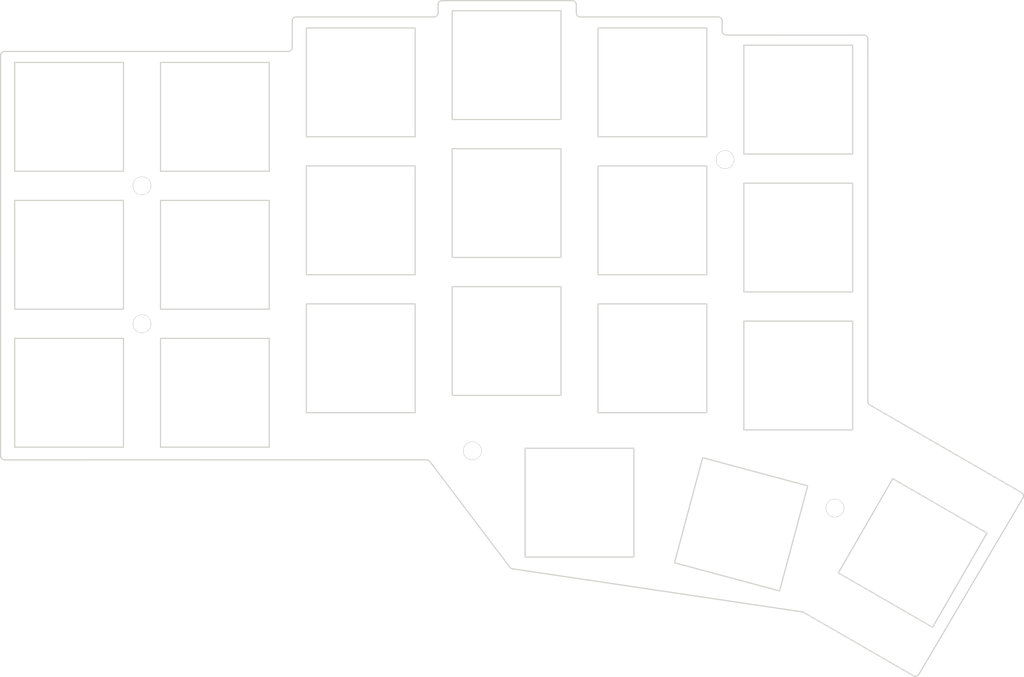
<source format=kicad_pcb>
(kicad_pcb (version 20240108) (generator "ergogen") (generator_version "4.1.0")
  (title_block (title "frontplate") (date "2025-03-05") (rev "0.2") (company "ceoloide"))
  (layers (0 "F.Cu" signal) (31 "B.Cu" signal) (34 "B.Paste" user) (35 "F.Paste" user) (36 "B.SilkS" user "B.Silkscreen") (37 "F.SilkS" user "F.Silkscreen") (38 "B.Mask" user) (39 "F.Mask" user) (44 "Edge.Cuts" user))
  (net 0 "")
  (footprint "ceoloide:mounting_hole_npth" (layer "F.Cu") (at 109.25 73.75 0)
    (property "Reference" "MH1" hide)
    (pad "" np_thru_hole circle (at 0 0 0) (size 2.2 2.2) (drill 2.2) (layers "*.Cu" "*.Mask"))
  )
  (footprint "ceoloide:mounting_hole_npth" (layer "F.Cu") (at 109.25 91.25 0)
    (property "Reference" "MH2" hide)
    (pad "" np_thru_hole circle (at 0 0 0) (size 2.2 2.2) (drill 2.2) (layers "*.Cu" "*.Mask"))
  )
  (footprint "ceoloide:mounting_hole_npth" (layer "F.Cu") (at 183.218 70.4235 0)
    (property "Reference" "MH3" hide)
    (pad "" np_thru_hole circle (at 0 0 0) (size 2.2 2.2) (drill 2.2) (layers "*.Cu" "*.Mask"))
  )
  (footprint "ceoloide:mounting_hole_npth" (layer "F.Cu") (at 151.157 107.365 0)
    (property "Reference" "MH4" hide)
    (pad "" np_thru_hole circle (at 0 0 0) (size 2.2 2.2) (drill 2.2) (layers "*.Cu" "*.Mask"))
  )
  (footprint "ceoloide:mounting_hole_npth" (layer "F.Cu") (at 197.1576078 114.6317481 60)
    (property "Reference" "MH5" hide)
    (pad "" np_thru_hole circle (at 0 0 60) (size 2.2 2.2) (drill 2.2) (layers "*.Cu" "*.Mask"))
  )
  (gr_line (start 91.3169806967852 108.01245022052899) (end 91.31501930151654 57.20250578597188) (layer Edge.Cuts) (stroke (width 0.15)))
  (gr_line (start 91.81500580151655 56.70248648632969) (end 127.8150135 56.70151351314865) (layer Edge.Cuts) (stroke (width 0.15)))
  (gr_line (start 128.315 56.20151351314865) (end 128.315 52.8275) (layer Edge.Cuts) (stroke (width 0.15)))
  (gr_line (start 128.815 52.3275) (end 146.315 52.3275) (layer Edge.Cuts) (stroke (width 0.15)))
  (gr_line (start 146.815 51.8275) (end 146.815 50.7525) (layer Edge.Cuts) (stroke (width 0.15)))
  (gr_line (start 147.315 50.2525) (end 163.843 50.2525) (layer Edge.Cuts) (stroke (width 0.15)))
  (gr_line (start 164.343 50.7525) (end 164.343 51.8275) (layer Edge.Cuts) (stroke (width 0.15)))
  (gr_line (start 164.843 52.3275) (end 182.343 52.3275) (layer Edge.Cuts) (stroke (width 0.15)))
  (gr_line (start 182.843 52.8275) (end 182.843 54.12312159204324) (layer Edge.Cuts) (stroke (width 0.15)))
  (gr_line (start 183.34287840000002 54.62312159204324) (end 200.83706271163646 54.6273769341731) (layer Edge.Cuts) (stroke (width 0.15)))
  (gr_line (start 201.3369048122388 55.13340058417816) (end 201.3180362993977 56.69948714999191) (layer Edge.Cuts) (stroke (width 0.15)))
  (gr_line (start 201.318 56.70551079999859) (end 201.318 101.11094325120648) (layer Edge.Cuts) (stroke (width 0.15)))
  (gr_line (start 201.568 101.54395595120648) (end 220.81599047017718 112.65678843032289) (layer Edge.Cuts) (stroke (width 0.15)))
  (gr_line (start 220.99668794830058 113.34376896742299) (end 207.79993278450192 135.72380412132605) (layer Edge.Cuts) (stroke (width 0.15)))
  (gr_line (start 207.1192353063785 135.90284898422607) (end 193.18492676181708 127.85787216841726) (layer Edge.Cuts) (stroke (width 0.15)))
  (gr_line (start 193.00846626181703 127.79632246841726) (end 156.24698128136555 122.33003382440126) (layer Edge.Cuts) (stroke (width 0.15)))
  (gr_line (start 155.92179036316273 122.137156700343) (end 145.75757383609294 108.70334908444572) (layer Edge.Cuts) (stroke (width 0.15)))
  (gr_line (start 145.35877436789013 108.50503436038055) (end 91.8170497467852 108.51243092026964) (layer Edge.Cuts) (stroke (width 0.15)))
  (gr_arc (start 91.81500580151655 56.702486486174166) (mid 91.46145430151654 56.848944686174164) (end 91.31501930151654 57.202505786174164) (layer Edge.Cuts) (stroke (width 0.15)))
  (gr_arc (start 127.81501349999999 56.70151351314865) (mid 128.1685582 56.55506211314865) (end 128.315 56.20151351314865) (layer Edge.Cuts) (stroke (width 0.15)))
  (gr_arc (start 128.815 52.3275) (mid 128.4614466 52.4739466) (end 128.315 52.8275) (layer Edge.Cuts) (stroke (width 0.15)))
  (gr_arc (start 146.315 52.3275) (mid 146.6685534 52.1810534) (end 146.815 51.8275) (layer Edge.Cuts) (stroke (width 0.15)))
  (gr_arc (start 147.315 50.2525) (mid 146.9614466 50.398946599999995) (end 146.815 50.7525) (layer Edge.Cuts) (stroke (width 0.15)))
  (gr_arc (start 164.343 50.7525) (mid 164.1965534 50.398946599999995) (end 163.843 50.2525) (layer Edge.Cuts) (stroke (width 0.15)))
  (gr_arc (start 164.343 51.8275) (mid 164.48944659999998 52.1810534) (end 164.843 52.3275) (layer Edge.Cuts) (stroke (width 0.15)))
  (gr_arc (start 182.843 52.8275) (mid 182.6965534 52.4739466) (end 182.343 52.3275) (layer Edge.Cuts) (stroke (width 0.15)))
  (gr_arc (start 182.843 54.12312159204324) (mid 182.9894036 54.47663199204324) (end 183.3428784 54.62312159204324) (layer Edge.Cuts) (stroke (width 0.15)))
  (gr_arc (start 201.33690481163643 55.1334006341731) (mid 201.19266061163643 54.7760029341731) (end 200.83706271163643 54.6273769341731) (layer Edge.Cuts) (stroke (width 0.15)))
  (gr_arc (start 201.31803630000002 56.69948709999859) (mid 201.3180091 56.702498899998595) (end 201.318 56.70551079999859) (layer Edge.Cuts) (stroke (width 0.15)))
  (gr_arc (start 201.318 101.11094325120648) (mid 201.3849873 101.36094325120648) (end 201.568 101.54395595120648) (layer Edge.Cuts) (stroke (width 0.15)))
  (gr_arc (start 220.9966879701772 113.3437689303229) (mid 221.0495427701772 112.9626116303229) (end 220.81599047017718 112.65678843032289) (layer Edge.Cuts) (stroke (width 0.15)))
  (gr_arc (start 207.11923530637853 135.902848984226) (mid 207.4964248063785 135.95338858422602) (end 207.79993280637854 135.723804084226) (layer Edge.Cuts) (stroke (width 0.15)))
  (gr_arc (start 193.18492676181705 127.85787216841726) (mid 193.09959776181705 127.81877956841727) (end 193.00846626181706 127.79632246841726) (layer Edge.Cuts) (stroke (width 0.15)))
  (gr_arc (start 155.92179028136556 122.13715672440125) (mid 156.06545188136556 122.26551782440124) (end 156.24698128136555 122.33003382440126) (layer Edge.Cuts) (stroke (width 0.15)))
  (gr_arc (start 145.7575739178901 108.70334906038748) (mid 145.5814752178901 108.55733456038749) (end 145.35877441789012 108.50503436038748) (layer Edge.Cuts) (stroke (width 0.15)))
  (gr_arc (start 91.3169806967852 108.01245022026274) (mid 91.4634584967852 108.36601552026274) (end 91.81704969678519 108.51243092026273) (layer Edge.Cuts) (stroke (width 0.15)))
  (gr_line (start 93.1 106.9) (end 106.89999999999999 106.9) (layer Edge.Cuts) (stroke (width 0.15)))
  (gr_line (start 106.89999999999999 106.9) (end 106.89999999999999 93.10000000000001) (layer Edge.Cuts) (stroke (width 0.15)))
  (gr_line (start 106.89999999999999 93.10000000000001) (end 93.1 93.10000000000001) (layer Edge.Cuts) (stroke (width 0.15)))
  (gr_line (start 93.1 93.10000000000001) (end 93.1 106.9) (layer Edge.Cuts) (stroke (width 0.15)))
  (gr_line (start 93.1 89.4) (end 106.89999999999999 89.4) (layer Edge.Cuts) (stroke (width 0.15)))
  (gr_line (start 106.89999999999999 89.4) (end 106.89999999999999 75.60000000000001) (layer Edge.Cuts) (stroke (width 0.15)))
  (gr_line (start 106.89999999999999 75.60000000000001) (end 93.1 75.60000000000001) (layer Edge.Cuts) (stroke (width 0.15)))
  (gr_line (start 93.1 75.60000000000001) (end 93.1 89.4) (layer Edge.Cuts) (stroke (width 0.15)))
  (gr_line (start 93.1 71.9) (end 106.89999999999999 71.9) (layer Edge.Cuts) (stroke (width 0.15)))
  (gr_line (start 106.89999999999999 71.9) (end 106.89999999999999 58.10000000000001) (layer Edge.Cuts) (stroke (width 0.15)))
  (gr_line (start 106.89999999999999 58.10000000000001) (end 93.1 58.10000000000001) (layer Edge.Cuts) (stroke (width 0.15)))
  (gr_line (start 93.1 58.10000000000001) (end 93.1 71.9) (layer Edge.Cuts) (stroke (width 0.15)))
  (gr_line (start 111.6 106.9) (end 125.39999999999999 106.9) (layer Edge.Cuts) (stroke (width 0.15)))
  (gr_line (start 125.39999999999999 106.9) (end 125.39999999999999 93.10000000000001) (layer Edge.Cuts) (stroke (width 0.15)))
  (gr_line (start 125.39999999999999 93.10000000000001) (end 111.6 93.10000000000001) (layer Edge.Cuts) (stroke (width 0.15)))
  (gr_line (start 111.6 93.10000000000001) (end 111.6 106.9) (layer Edge.Cuts) (stroke (width 0.15)))
  (gr_line (start 111.6 89.4) (end 125.39999999999999 89.4) (layer Edge.Cuts) (stroke (width 0.15)))
  (gr_line (start 125.39999999999999 89.4) (end 125.39999999999999 75.60000000000001) (layer Edge.Cuts) (stroke (width 0.15)))
  (gr_line (start 125.39999999999999 75.60000000000001) (end 111.6 75.60000000000001) (layer Edge.Cuts) (stroke (width 0.15)))
  (gr_line (start 111.6 75.60000000000001) (end 111.6 89.4) (layer Edge.Cuts) (stroke (width 0.15)))
  (gr_line (start 111.6 71.9) (end 125.39999999999999 71.9) (layer Edge.Cuts) (stroke (width 0.15)))
  (gr_line (start 125.39999999999999 71.9) (end 125.39999999999999 58.10000000000001) (layer Edge.Cuts) (stroke (width 0.15)))
  (gr_line (start 125.39999999999999 58.10000000000001) (end 111.6 58.10000000000001) (layer Edge.Cuts) (stroke (width 0.15)))
  (gr_line (start 111.6 58.10000000000001) (end 111.6 71.9) (layer Edge.Cuts) (stroke (width 0.15)))
  (gr_line (start 130.1 102.525) (end 143.9 102.525) (layer Edge.Cuts) (stroke (width 0.15)))
  (gr_line (start 143.9 102.525) (end 143.9 88.72500000000001) (layer Edge.Cuts) (stroke (width 0.15)))
  (gr_line (start 143.9 88.72500000000001) (end 130.1 88.72500000000001) (layer Edge.Cuts) (stroke (width 0.15)))
  (gr_line (start 130.1 88.72500000000001) (end 130.1 102.525) (layer Edge.Cuts) (stroke (width 0.15)))
  (gr_line (start 130.1 85.025) (end 143.9 85.025) (layer Edge.Cuts) (stroke (width 0.15)))
  (gr_line (start 143.9 85.025) (end 143.9 71.22500000000001) (layer Edge.Cuts) (stroke (width 0.15)))
  (gr_line (start 143.9 71.22500000000001) (end 130.1 71.22500000000001) (layer Edge.Cuts) (stroke (width 0.15)))
  (gr_line (start 130.1 71.22500000000001) (end 130.1 85.025) (layer Edge.Cuts) (stroke (width 0.15)))
  (gr_line (start 130.1 67.525) (end 143.9 67.525) (layer Edge.Cuts) (stroke (width 0.15)))
  (gr_line (start 143.9 67.525) (end 143.9 53.72500000000001) (layer Edge.Cuts) (stroke (width 0.15)))
  (gr_line (start 143.9 53.72500000000001) (end 130.1 53.72500000000001) (layer Edge.Cuts) (stroke (width 0.15)))
  (gr_line (start 130.1 53.72500000000001) (end 130.1 67.525) (layer Edge.Cuts) (stroke (width 0.15)))
  (gr_line (start 148.6 100.3375) (end 162.4 100.3375) (layer Edge.Cuts) (stroke (width 0.15)))
  (gr_line (start 162.4 100.3375) (end 162.4 86.53750000000001) (layer Edge.Cuts) (stroke (width 0.15)))
  (gr_line (start 162.4 86.53750000000001) (end 148.6 86.53750000000001) (layer Edge.Cuts) (stroke (width 0.15)))
  (gr_line (start 148.6 86.53750000000001) (end 148.6 100.3375) (layer Edge.Cuts) (stroke (width 0.15)))
  (gr_line (start 148.6 82.8375) (end 162.4 82.8375) (layer Edge.Cuts) (stroke (width 0.15)))
  (gr_line (start 162.4 82.8375) (end 162.4 69.03750000000001) (layer Edge.Cuts) (stroke (width 0.15)))
  (gr_line (start 162.4 69.03750000000001) (end 148.6 69.03750000000001) (layer Edge.Cuts) (stroke (width 0.15)))
  (gr_line (start 148.6 69.03750000000001) (end 148.6 82.8375) (layer Edge.Cuts) (stroke (width 0.15)))
  (gr_line (start 148.6 65.3375) (end 162.4 65.3375) (layer Edge.Cuts) (stroke (width 0.15)))
  (gr_line (start 162.4 65.3375) (end 162.4 51.53750000000001) (layer Edge.Cuts) (stroke (width 0.15)))
  (gr_line (start 162.4 51.53750000000001) (end 148.6 51.53750000000001) (layer Edge.Cuts) (stroke (width 0.15)))
  (gr_line (start 148.6 51.53750000000001) (end 148.6 65.3375) (layer Edge.Cuts) (stroke (width 0.15)))
  (gr_line (start 167.1 102.525) (end 180.9 102.525) (layer Edge.Cuts) (stroke (width 0.15)))
  (gr_line (start 180.9 102.525) (end 180.9 88.72500000000001) (layer Edge.Cuts) (stroke (width 0.15)))
  (gr_line (start 180.9 88.72500000000001) (end 167.1 88.72500000000001) (layer Edge.Cuts) (stroke (width 0.15)))
  (gr_line (start 167.1 88.72500000000001) (end 167.1 102.525) (layer Edge.Cuts) (stroke (width 0.15)))
  (gr_line (start 167.1 85.025) (end 180.9 85.025) (layer Edge.Cuts) (stroke (width 0.15)))
  (gr_line (start 180.9 85.025) (end 180.9 71.22500000000001) (layer Edge.Cuts) (stroke (width 0.15)))
  (gr_line (start 180.9 71.22500000000001) (end 167.1 71.22500000000001) (layer Edge.Cuts) (stroke (width 0.15)))
  (gr_line (start 167.1 71.22500000000001) (end 167.1 85.025) (layer Edge.Cuts) (stroke (width 0.15)))
  (gr_line (start 167.1 67.525) (end 180.9 67.525) (layer Edge.Cuts) (stroke (width 0.15)))
  (gr_line (start 180.9 67.525) (end 180.9 53.72500000000001) (layer Edge.Cuts) (stroke (width 0.15)))
  (gr_line (start 180.9 53.72500000000001) (end 167.1 53.72500000000001) (layer Edge.Cuts) (stroke (width 0.15)))
  (gr_line (start 167.1 53.72500000000001) (end 167.1 67.525) (layer Edge.Cuts) (stroke (width 0.15)))
  (gr_line (start 185.6 104.7125) (end 199.4 104.7125) (layer Edge.Cuts) (stroke (width 0.15)))
  (gr_line (start 199.4 104.7125) (end 199.4 90.91250000000001) (layer Edge.Cuts) (stroke (width 0.15)))
  (gr_line (start 199.4 90.91250000000001) (end 185.6 90.91250000000001) (layer Edge.Cuts) (stroke (width 0.15)))
  (gr_line (start 185.6 90.91250000000001) (end 185.6 104.7125) (layer Edge.Cuts) (stroke (width 0.15)))
  (gr_line (start 185.6 87.2125) (end 199.4 87.2125) (layer Edge.Cuts) (stroke (width 0.15)))
  (gr_line (start 199.4 87.2125) (end 199.4 73.41250000000001) (layer Edge.Cuts) (stroke (width 0.15)))
  (gr_line (start 199.4 73.41250000000001) (end 185.6 73.41250000000001) (layer Edge.Cuts) (stroke (width 0.15)))
  (gr_line (start 185.6 73.41250000000001) (end 185.6 87.2125) (layer Edge.Cuts) (stroke (width 0.15)))
  (gr_line (start 185.6 69.7125) (end 199.4 69.7125) (layer Edge.Cuts) (stroke (width 0.15)))
  (gr_line (start 199.4 69.7125) (end 199.4 55.91250000000001) (layer Edge.Cuts) (stroke (width 0.15)))
  (gr_line (start 199.4 55.91250000000001) (end 185.6 55.91250000000001) (layer Edge.Cuts) (stroke (width 0.15)))
  (gr_line (start 185.6 55.91250000000001) (end 185.6 69.7125) (layer Edge.Cuts) (stroke (width 0.15)))
  (gr_line (start 157.85 120.8375) (end 171.65 120.8375) (layer Edge.Cuts) (stroke (width 0.15)))
  (gr_line (start 171.65 120.8375) (end 171.65 107.03750000000001) (layer Edge.Cuts) (stroke (width 0.15)))
  (gr_line (start 171.65 107.03750000000001) (end 157.85 107.03750000000001) (layer Edge.Cuts) (stroke (width 0.15)))
  (gr_line (start 157.85 107.03750000000001) (end 157.85 120.8375) (layer Edge.Cuts) (stroke (width 0.15)))
  (gr_line (start 176.79926039999998 121.56653680000001) (end 190.1290368 125.1382396) (layer Edge.Cuts) (stroke (width 0.15)))
  (gr_line (start 190.1290368 125.1382396) (end 193.7007396 111.8084632) (layer Edge.Cuts) (stroke (width 0.15)))
  (gr_line (start 193.7007396 111.8084632) (end 180.3709632 108.23676040000001) (layer Edge.Cuts) (stroke (width 0.15)))
  (gr_line (start 180.3709632 108.23676040000001) (end 176.79926039999998 121.56653680000001) (layer Edge.Cuts) (stroke (width 0.15)))
  (gr_line (start 209.53941819999997 129.74782340000002) (end 216.43941819999998 117.7966728) (layer Edge.Cuts) (stroke (width 0.15)))
  (gr_line (start 216.43941819999998 117.7966728) (end 204.48826759999997 110.8966728) (layer Edge.Cuts) (stroke (width 0.15)))
  (gr_line (start 204.48826759999997 110.8966728) (end 197.5882676 122.8478234) (layer Edge.Cuts) (stroke (width 0.15)))
  (gr_line (start 197.5882676 122.8478234) (end 209.53941819999997 129.74782340000002) (layer Edge.Cuts) (stroke (width 0.15)))
  (gr_circle (center 109.25 73.75) (end 110.35 73.75) (layer Edge.Cuts) (stroke (width 0.15)) (fill none))
  (gr_circle (center 109.25 91.25) (end 110.35 91.25) (layer Edge.Cuts) (stroke (width 0.15)) (fill none))
  (gr_circle (center 183.218 70.4235) (end 184.31799999999998 70.4235) (layer Edge.Cuts) (stroke (width 0.15)) (fill none))
  (gr_circle (center 151.157 107.365) (end 152.257 107.365) (layer Edge.Cuts) (stroke (width 0.15)) (fill none))
  (gr_circle (center 197.1576078 114.6317481) (end 198.2576078 114.6317481) (layer Edge.Cuts) (stroke (width 0.15)) (fill none))
)
</source>
